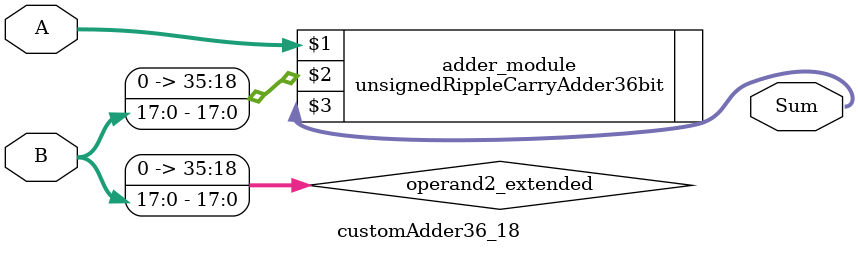
<source format=v>
module customAdder36_18(
                        input [35 : 0] A,
                        input [17 : 0] B,
                        
                        output [36 : 0] Sum
                );

        wire [35 : 0] operand2_extended;
        
        assign operand2_extended =  {18'b0, B};
        
        unsignedRippleCarryAdder36bit adder_module(
            A,
            operand2_extended,
            Sum
        );
        
        endmodule
        
</source>
